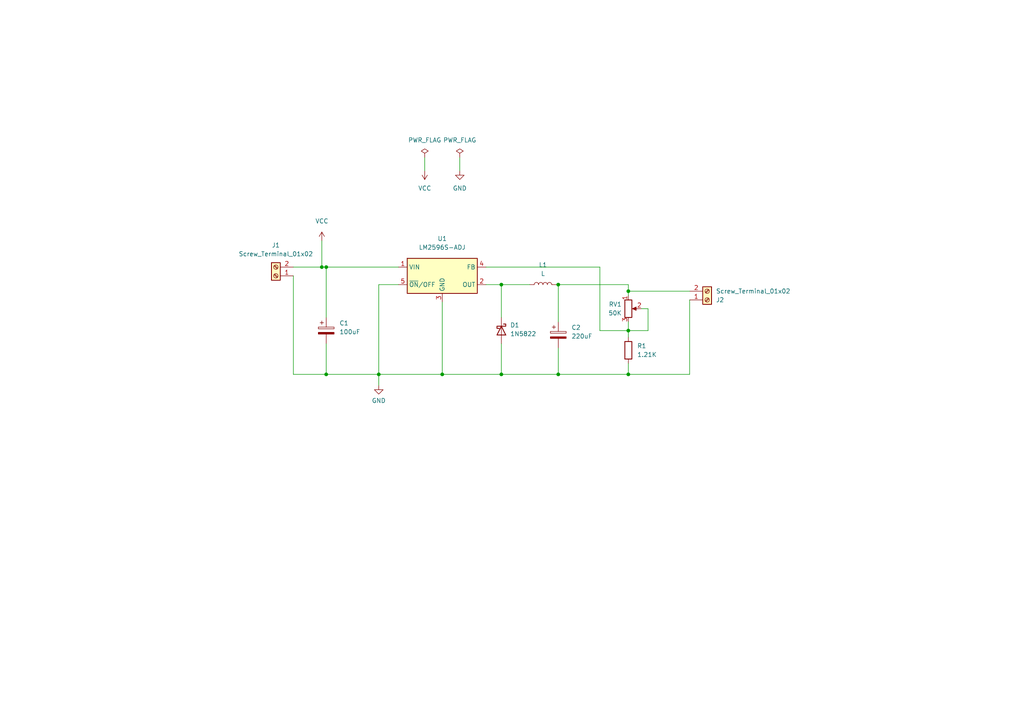
<source format=kicad_sch>
(kicad_sch (version 20211123) (generator eeschema)
  (paper "A4")
  (lib_symbols
    (symbol "Connector:Screw_Terminal_01x02" (pin_names (offset 1.016) hide)
      (property "Reference" "J" (at 0 2.54 0))
      (property "Value" "Screw_Terminal_01x02" (at 0 -5.08 0))
      (symbol "Screw_Terminal_01x02_1_1"
        (rectangle (start -1.27 1.27) (end 1.27 -3.81) (stroke (width 0.254)) (fill (type background)))
        (circle (center 0 -2.54) (radius 0.635) (stroke (width 0.1524)))
        (polyline (pts (xy -0.5334 -2.2098) (xy 0.3302 -3.048)) (stroke (width 0.1524)))
        (polyline (pts (xy -0.5334 0.3302) (xy 0.3302 -0.508)) (stroke (width 0.1524)))
        (polyline (pts (xy -0.3556 -2.032) (xy 0.508 -2.8702)) (stroke (width 0.1524)))
        (polyline (pts (xy -0.3556 0.508) (xy 0.508 -0.3302)) (stroke (width 0.1524)))
        (circle (center 0 0) (radius 0.635) (stroke (width 0.1524)))
        (pin passive line (at -5.08 0 0) (length 3.81) (name "Pin_1") (number "1"))
        (pin passive line (at -5.08 -2.54 0) (length 3.81) (name "Pin_2") (number "2"))
      )
    )
    (symbol "Device:C_Polarized" (pin_numbers hide) (pin_names (offset 0.254))
      (property "Reference" "C" (at 0.635 2.54 0))
      (property "Value" "C_Polarized" (at 0.635 -2.54 0))
      (symbol "C_Polarized_0_1"
        (rectangle (start -2.286 0.508) (end 2.286 1.016))
        (polyline (pts (xy -1.778 2.286) (xy -0.762 2.286)))
        (polyline (pts (xy -1.27 2.794) (xy -1.27 1.778)))
        (rectangle (start 2.286 -0.508) (end -2.286 -1.016) (fill (type outline)))
      )
      (symbol "C_Polarized_1_1"
        (pin passive line (at 0 3.81 270) (length 2.794) (name "~") (number "1"))
        (pin passive line (at 0 -3.81 90) (length 2.794) (name "~") (number "2"))
      )
    )
    (symbol "Device:L" (pin_numbers hide) (pin_names (offset 1.016) hide)
      (property "Reference" "L" (at -1.27 0 90))
      (property "Value" "L" (at 1.905 0 90))
      (symbol "L_0_1"
        (arc (start 0 -2.54) (mid 0.635 -1.905) (end 0 -1.27))
        (arc (start 0 -1.27) (mid 0.635 -0.635) (end 0 0))
        (arc (start 0 0) (mid 0.635 0.635) (end 0 1.27))
        (arc (start 0 1.27) (mid 0.635 1.905) (end 0 2.54))
      )
      (symbol "L_1_1"
        (pin passive line (at 0 3.81 270) (length 1.27) (name "1") (number "1"))
        (pin passive line (at 0 -3.81 90) (length 1.27) (name "2") (number "2"))
      )
    )
    (symbol "Device:R" (pin_numbers hide) (pin_names (offset 0))
      (property "Reference" "R" (at 2.032 0 90))
      (property "Value" "R" (at 0 0 90))
      (symbol "R_0_1"
        (rectangle (start -1.016 -2.54) (end 1.016 2.54) (stroke (width 0.254)))
      )
      (symbol "R_1_1"
        (pin passive line (at 0 3.81 270) (length 1.27) (name "~") (number "1"))
        (pin passive line (at 0 -3.81 90) (length 1.27) (name "~") (number "2"))
      )
    )
    (symbol "Device:R_Potentiometer" (pin_names (offset 1.016) hide)
      (property "Reference" "RV" (at -4.445 0 90))
      (property "Value" "R_Potentiometer" (at -2.54 0 90))
      (symbol "R_Potentiometer_0_1"
        (polyline (pts (xy 2.54 0) (xy 1.524 0)))
        (polyline (pts (xy 1.143 0) (xy 2.286 0.508) (xy 2.286 -0.508) (xy 1.143 0)) (fill (type outline)))
        (rectangle (start 1.016 2.54) (end -1.016 -2.54) (stroke (width 0.254)))
      )
      (symbol "R_Potentiometer_1_1"
        (pin passive line (at 0 3.81 270) (length 1.27) (name "1") (number "1"))
        (pin passive line (at 3.81 0 180) (length 1.27) (name "2") (number "2"))
        (pin passive line (at 0 -3.81 90) (length 1.27) (name "3") (number "3"))
      )
    )
    (symbol "Diode:1N5822" (pin_numbers hide) (pin_names (offset 1.016) hide)
      (property "Reference" "D" (at 0 2.54 0))
      (property "Value" "1N5822" (at 0 -2.54 0))
      (symbol "1N5822_0_1"
        (polyline (pts (xy 1.27 0) (xy -1.27 0)))
        (polyline (pts (xy 1.27 1.27) (xy 1.27 -1.27) (xy -1.27 0) (xy 1.27 1.27)) (stroke (width 0.254)))
        (polyline (pts (xy -1.905 0.635) (xy -1.905 1.27) (xy -1.27 1.27) (xy -1.27 -1.27) (xy -0.635 -1.27) (xy -0.635 -0.635)) (stroke (width 0.254)))
      )
      (symbol "1N5822_1_1"
        (pin passive line (at -3.81 0 0) (length 2.54) (name "K") (number "1"))
        (pin passive line (at 3.81 0 180) (length 2.54) (name "A") (number "2"))
      )
    )
    (symbol "Regulator_Switching:LM2596S-ADJ"
      (property "Reference" "U" (at -10.16 6.35 0))
      (property "Value" "LM2596S-ADJ" (at 0 6.35 0))
      (symbol "LM2596S-ADJ_0_1"
        (rectangle (start -10.16 5.08) (end 10.16 -5.08) (stroke (width 0.254)) (fill (type background)))
      )
      (symbol "LM2596S-ADJ_1_1"
        (pin power_in line (at -12.7 2.54 0) (length 2.54) (name "VIN") (number "1"))
        (pin output line (at 12.7 -2.54 180) (length 2.54) (name "OUT") (number "2"))
        (pin power_in line (at 0 -7.62 90) (length 2.54) (name "GND") (number "3"))
        (pin input line (at 12.7 2.54 180) (length 2.54) (name "FB") (number "4"))
        (pin input line (at -12.7 -2.54 0) (length 2.54) (name "~{ON}/OFF") (number "5"))
      )
    )
    (symbol "power:GND" (power) (pin_names (offset 0))
      (property "Value" "GND" (at 0 -3.81 0))
      (symbol "GND_0_1"
        (polyline (pts (xy 0 0) (xy 0 -1.27) (xy 1.27 -1.27) (xy 0 -2.54) (xy -1.27 -1.27) (xy 0 -1.27)))
      )
      (symbol "GND_1_1"
        (pin power_in line (at 0 0 270) (length 0) hide (name "GND") (number "1"))
      )
    )
    (symbol "power:PWR_FLAG" (power) (pin_numbers hide) (pin_names (offset 0) hide)
      (property "Value" "PWR_FLAG" (at 0 3.81 0))
      (symbol "PWR_FLAG_0_0"
        (pin power_out line (at 0 0 90) (length 0) (name "pwr") (number "1"))
      )
      (symbol "PWR_FLAG_0_1"
        (polyline (pts (xy 0 0) (xy 0 1.27) (xy -1.016 1.905) (xy 0 2.54) (xy 1.016 1.905) (xy 0 1.27)))
      )
    )
    (symbol "power:VCC" (power) (pin_names (offset 0))
      (property "Value" "VCC" (at 0 3.81 0))
      (symbol "VCC_0_1"
        (polyline (pts (xy -0.762 1.27) (xy 0 2.54)))
        (polyline (pts (xy 0 0) (xy 0 2.54)))
        (polyline (pts (xy 0 2.54) (xy 0.762 1.27)))
      )
      (symbol "VCC_1_1"
        (pin power_in line (at 0 0 90) (length 0) hide (name "VCC") (number "1"))
      )
    )
  )
  (junction (at 145.415 82.55))
  (junction (at 109.855 108.585))
  (junction (at 161.925 108.585))
  (junction (at 94.615 77.47))
  (junction (at 161.925 82.55))
  (junction (at 182.245 95.885))
  (junction (at 182.245 84.455))
  (junction (at 93.345 77.47))
  (junction (at 145.415 108.585))
  (junction (at 94.615 108.585))
  (junction (at 128.27 108.585))
  (junction (at 182.245 108.585))
  (wire (pts (xy 109.855 108.585) (xy 128.27 108.585)))
  (wire (pts (xy 128.27 87.63) (xy 128.27 108.585)))
  (wire (pts (xy 186.055 89.535) (xy 187.96 89.535)))
  (wire (pts (xy 109.855 108.585) (xy 109.855 111.76)))
  (wire (pts (xy 145.415 108.585) (xy 161.925 108.585)))
  (wire (pts (xy 161.925 100.965) (xy 161.925 108.585)))
  (wire (pts (xy 182.245 95.885) (xy 182.245 97.79)))
  (wire (pts (xy 182.245 82.55) (xy 161.925 82.55)))
  (wire (pts (xy 200.025 86.995) (xy 200.025 108.585)))
  (wire (pts (xy 182.245 93.345) (xy 182.245 95.885)))
  (wire (pts (xy 173.99 77.47) (xy 173.99 95.885)))
  (wire (pts (xy 85.09 77.47) (xy 93.345 77.47)))
  (wire (pts (xy 140.97 82.55) (xy 145.415 82.55)))
  (wire (pts (xy 93.345 77.47) (xy 94.615 77.47)))
  (wire (pts (xy 123.19 45.72) (xy 123.19 49.53)))
  (wire (pts (xy 161.925 82.55) (xy 161.925 93.345)))
  (wire (pts (xy 200.025 108.585) (xy 182.245 108.585)))
  (wire (pts (xy 161.29 82.55) (xy 161.925 82.55)))
  (wire (pts (xy 133.35 45.72) (xy 133.35 49.53)))
  (wire (pts (xy 182.245 82.55) (xy 182.245 84.455)))
  (wire (pts (xy 161.925 108.585) (xy 182.245 108.585)))
  (wire (pts (xy 94.615 99.695) (xy 94.615 108.585)))
  (wire (pts (xy 145.415 82.55) (xy 153.67 82.55)))
  (wire (pts (xy 145.415 108.585) (xy 128.27 108.585)))
  (wire (pts (xy 94.615 108.585) (xy 109.855 108.585)))
  (wire (pts (xy 187.96 95.885) (xy 187.96 89.535)))
  (wire (pts (xy 115.57 82.55) (xy 109.855 82.55)))
  (wire (pts (xy 182.245 95.885) (xy 187.96 95.885)))
  (wire (pts (xy 109.855 82.55) (xy 109.855 108.585)))
  (wire (pts (xy 145.415 99.695) (xy 145.415 108.585)))
  (wire (pts (xy 94.615 77.47) (xy 94.615 92.075)))
  (wire (pts (xy 85.09 108.585) (xy 94.615 108.585)))
  (wire (pts (xy 182.245 84.455) (xy 182.245 85.725)))
  (wire (pts (xy 140.97 77.47) (xy 173.99 77.47)))
  (wire (pts (xy 182.245 108.585) (xy 182.245 105.41)))
  (wire (pts (xy 94.615 77.47) (xy 115.57 77.47)))
  (wire (pts (xy 93.345 69.85) (xy 93.345 77.47)))
  (wire (pts (xy 173.99 95.885) (xy 182.245 95.885)))
  (wire (pts (xy 85.09 80.01) (xy 85.09 108.585)))
  (wire (pts (xy 145.415 82.55) (xy 145.415 92.075)))
  (wire (pts (xy 200.025 84.455) (xy 182.245 84.455)))
  (symbol (lib_id "Connector:Screw_Terminal_01x02") (at 80.01 80.01 180) (unit 1)
    (property "Reference" "J1" (at 80.01 71.12 0))
    (property "Value" "Screw_Terminal_01x02" (at 80.01 73.66 0))
  )
  (symbol (lib_id "Connector:Screw_Terminal_01x02") (at 205.105 86.995 0) (mirror x) (unit 1)
    (property "Reference" "J2" (at 207.645 86.9951 0) (effects (justify left)))
    (property "Value" "Screw_Terminal_01x02" (at 207.645 84.4551 0) (effects (justify left)))
  )
  (symbol (lib_id "Device:R") (at 182.245 101.6 0) (unit 1)
    (property "Reference" "R1" (at 184.785 100.3299 0) (effects (justify left)))
    (property "Value" "1.21K" (at 184.785 102.8699 0) (effects (justify left)))
  )
  (symbol (lib_id "Device:C_Polarized") (at 161.925 97.155 0) (unit 1)
    (property "Reference" "C2" (at 165.735 94.9959 0) (effects (justify left)))
    (property "Value" "220uF" (at 165.735 97.5359 0) (effects (justify left)))
  )
  (symbol (lib_id "power:PWR_FLAG") (at 123.19 45.72 0) (unit 1)
    (property "Reference" "#FLG0101" (effects hide))
    (property "Value" "PWR_FLAG" (at 123.19 40.64 0))
  )
  (symbol (lib_id "Device:C_Polarized") (at 94.615 95.885 0) (unit 1)
    (property "Reference" "C1" (at 98.425 93.7259 0) (effects (justify left)))
    (property "Value" "100uF" (at 98.425 96.2659 0) (effects (justify left)))
  )
  (symbol (lib_id "power:GND") (at 109.855 111.76 0) (unit 1)
    (property "Reference" "#PWR0102" (effects hide))
    (property "Value" "GND" (at 109.855 116.205 0))
  )
  (symbol (lib_id "power:VCC") (at 123.19 49.53 180) (unit 1)
    (property "Reference" "#PWR0104" (effects hide))
    (property "Value" "VCC" (at 123.19 54.61 0))
  )
  (symbol (lib_id "Device:L") (at 157.48 82.55 90) (unit 1)
    (property "Reference" "L1" (at 157.48 76.835 90))
    (property "Value" "L" (at 157.48 79.375 90))
  )
  (symbol (lib_id "power:VCC") (at 93.345 69.85 0) (unit 1)
    (property "Reference" "#PWR0101" (effects hide))
    (property "Value" "VCC" (at 93.345 64.135 0))
  )
  (symbol (lib_id "Diode:1N5822") (at 145.415 95.885 270) (unit 1)
    (property "Reference" "D1" (at 147.955 94.2974 90) (effects (justify left)))
    (property "Value" "1N5822" (at 147.955 96.8374 90) (effects (justify left)))
    (property "Footprint" "Diode_THT:D_DO-201AD_P15.24mm_Horizontal" (effects hide))
    (property "Datasheet" "http://www.vishay.com/docs/88526/1n5820.pdf" (effects hide))
  )
  (symbol (lib_id "power:GND") (at 133.35 49.53 0) (unit 1)
    (property "Reference" "#PWR0103" (effects hide))
    (property "Value" "GND" (at 133.35 54.61 0))
  )
  (symbol (lib_id "Regulator_Switching:LM2596S-ADJ") (at 128.27 80.01 0) (unit 1)
    (property "Reference" "U1" (at 128.27 69.215 0))
    (property "Value" "LM2596S-ADJ" (at 128.27 71.755 0))
    (property "Footprint" "Package_TO_SOT_SMD:TO-263-5_TabPin3" (effects hide))
    (property "Datasheet" "http://www.ti.com/lit/ds/symlink/lm2596.pdf" (effects hide))
  )
  (symbol (lib_id "power:PWR_FLAG") (at 133.35 45.72 0) (unit 1)
    (property "Reference" "#FLG0102" (effects hide))
    (property "Value" "PWR_FLAG" (at 133.35 40.64 0))
  )
  (symbol (lib_id "Device:R_Potentiometer") (at 182.245 89.535 0) (unit 1)
    (property "Reference" "RV1" (at 180.34 88.2649 0) (effects (justify right)))
    (property "Value" "50K" (at 180.34 90.8049 0) (effects (justify right)))
  )
)
</source>
